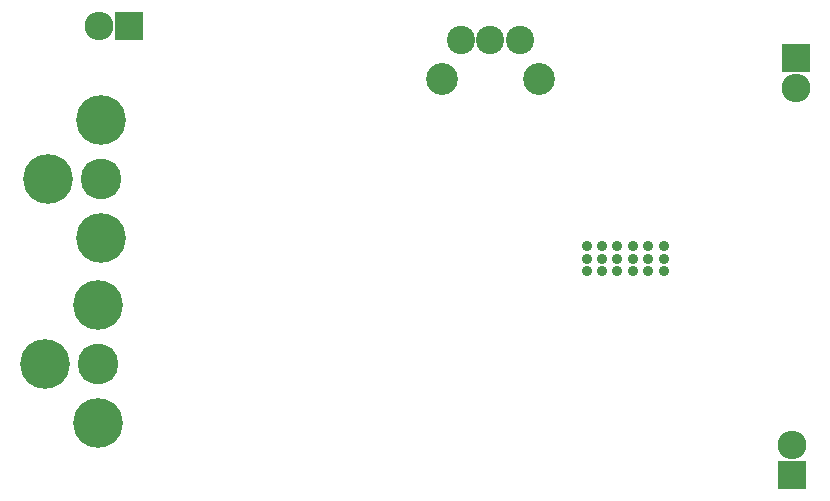
<source format=gbr>
G04 #@! TF.FileFunction,Soldermask,Bot*
%FSLAX46Y46*%
G04 Gerber Fmt 4.6, Leading zero omitted, Abs format (unit mm)*
G04 Created by KiCad (PCBNEW 4.0.1-2.201512121406+6195~38~ubuntu14.04.1-stable) date Sun 03 Jul 2016 07:38:07 PM CEST*
%MOMM*%
G01*
G04 APERTURE LIST*
%ADD10C,0.100000*%
%ADD11R,2.432000X2.432000*%
%ADD12O,2.432000X2.432000*%
%ADD13C,2.400000*%
%ADD14C,2.700000*%
%ADD15C,4.210000*%
%ADD16C,3.448000*%
%ADD17C,0.908000*%
G04 APERTURE END LIST*
D10*
D11*
X103251000Y-84963000D03*
D12*
X100711000Y-84963000D03*
D13*
X136358000Y-86106000D03*
X133858000Y-86106000D03*
X131358000Y-86106000D03*
D14*
X137958000Y-89406000D03*
X129758000Y-89406000D03*
D11*
X159766000Y-87630000D03*
D12*
X159766000Y-90170000D03*
D11*
X159385000Y-122936000D03*
D12*
X159385000Y-120396000D03*
D15*
X96393000Y-97917000D03*
X100888800Y-92913200D03*
X100888800Y-102920800D03*
D16*
X100888800Y-97917000D03*
D15*
X96139000Y-113538000D03*
X100634800Y-108534200D03*
X100634800Y-118541800D03*
D16*
X100634800Y-113538000D03*
D17*
X142038000Y-103598000D03*
X143338000Y-103598000D03*
X144638000Y-103598000D03*
X145938000Y-103598000D03*
X147238000Y-103598000D03*
X148538000Y-103598000D03*
X142038000Y-104648000D03*
X143338000Y-104648000D03*
X144638000Y-104648000D03*
X145938000Y-104648000D03*
X147238000Y-104648000D03*
X148538000Y-104648000D03*
X142038000Y-105698000D03*
X143338000Y-105698000D03*
X144638000Y-105698000D03*
X145938000Y-105698000D03*
X147238000Y-105698000D03*
X148538000Y-105698000D03*
M02*

</source>
